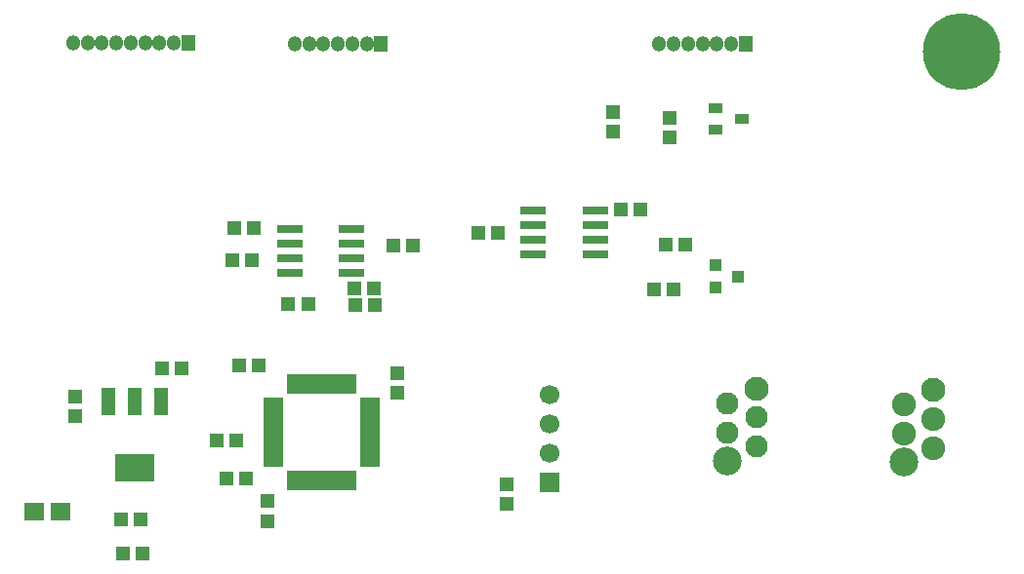
<source format=gts>
G04 DipTrace 3.2.0.1*
G04 RS-485_PCB.GTS*
%MOMM*%
G04 #@! TF.FileFunction,Soldermask,Top*
G04 #@! TF.Part,Single*
%ADD37C,2.1*%
%ADD38C,2.5*%
%ADD46R,1.05X1.05*%
%ADD48R,3.45X2.35*%
%ADD50R,1.15X2.35*%
%ADD52R,1.8X0.5*%
%ADD54R,0.5X1.8*%
%ADD56R,2.2X0.8*%
%ADD58C,2.07*%
%ADD60C,1.95*%
%ADD62R,1.25X0.85*%
%ADD64C,6.7*%
%ADD66O,1.25X1.35*%
%ADD68R,1.25X1.35*%
%ADD70C,1.7*%
%ADD72R,1.7X1.7*%
%ADD74R,1.724X1.62233*%
%ADD76R,1.3X1.2*%
%ADD78R,1.2X1.3*%
%FSLAX35Y35*%
G04*
G71*
G90*
G75*
G01*
G04 TopMask*
%LPD*%
D78*
X6472303Y2654970D3*
Y2484970D3*
D76*
X3487717Y3668620D3*
X3657717D3*
D78*
X2734440Y3252490D3*
Y3422490D3*
X4399327Y2510183D3*
Y2340183D3*
D76*
X4213560Y2705003D3*
X4043560D3*
X4325020Y3693777D3*
X4155020D3*
D78*
X5531330Y3452010D3*
Y3622010D3*
D76*
X3150370Y2058037D3*
X3320370D3*
X3131743Y2353343D3*
X3301743D3*
X5156363Y4362107D3*
X5326363D3*
X4753353Y4220953D3*
X4583353D3*
X7468537Y5048537D3*
X7638537D3*
D74*
X2379567Y2418750D3*
X2608167D3*
D72*
X6846887Y2673033D3*
D70*
Y2927033D3*
Y3181033D3*
Y3435033D3*
D68*
X3715380Y6491617D3*
D66*
X3590380D3*
X3465380D3*
X3340380D3*
X3215380D3*
X3090380D3*
X2965380D3*
X2840380D3*
X2715380D3*
D68*
X5386947Y6484360D3*
D66*
X5261947D3*
X5136947D3*
X5011947D3*
X4886947D3*
X4761947D3*
X4636947D3*
D68*
X8549843Y6481730D3*
D66*
X8424843D3*
X8299843D3*
X8174843D3*
X8049843D3*
X7924843D3*
X7799843D3*
D64*
X10421020Y6416477D3*
D62*
X8283650Y5928427D3*
Y5738427D3*
X8513650Y5833427D3*
D78*
X7893627Y5668353D3*
Y5838353D3*
X7399657Y5723953D3*
Y5893953D3*
D76*
X4132313Y3039767D3*
X3962313D3*
X6397670Y4844640D3*
X6227670D3*
X7924627Y4351973D3*
X7754627D3*
X8021783Y4743333D3*
X7851783D3*
X5494230Y4735853D3*
X5664230D3*
X4270167Y4602737D3*
X4100167D3*
X5333960Y4218903D3*
X5163960D3*
X4112040Y4884253D3*
X4282040D3*
D60*
X8641263Y3238507D3*
Y2984507D3*
X8387263Y3361507D3*
Y3107507D3*
D37*
X8641263Y3488507D3*
D38*
X8387263Y2861507D3*
D58*
X10175843Y3227037D3*
Y2973037D3*
X9921843Y3350037D3*
Y3096037D3*
D37*
X10175843Y3477037D3*
D38*
X9921843Y2850037D3*
D56*
X6708620Y5037087D3*
Y4910087D3*
Y4783087D3*
Y4656087D3*
X7248620D3*
Y4783087D3*
Y4910087D3*
Y5037087D3*
D54*
X4594447Y2693497D3*
X4644447D3*
X4694447D3*
X4744447D3*
X4794447D3*
X4844447D3*
X4894447D3*
X4944447D3*
X4994447D3*
X5044447D3*
X5094447D3*
X5144447D3*
D52*
X5289447Y2838497D3*
Y2888497D3*
Y2938497D3*
Y2988497D3*
Y3038497D3*
Y3088497D3*
Y3138497D3*
Y3188497D3*
Y3238497D3*
Y3288497D3*
Y3338497D3*
Y3388497D3*
D54*
X5144447Y3533497D3*
X5094447D3*
X5044447D3*
X4994447D3*
X4944447D3*
X4894447D3*
X4844447D3*
X4794447D3*
X4744447D3*
X4694447D3*
X4644447D3*
X4594447D3*
D52*
X4449447Y3388497D3*
Y3338497D3*
Y3288497D3*
Y3238497D3*
Y3188497D3*
Y3138497D3*
Y3088497D3*
Y3038497D3*
Y2988497D3*
Y2938497D3*
Y2888497D3*
Y2838497D3*
D50*
X3482740Y3378987D3*
X3252740D3*
X3022740D3*
D48*
X3252740Y2798987D3*
D46*
X8285050Y4369180D3*
Y4559180D3*
X8485050Y4464180D3*
D56*
X5132750Y4492257D3*
Y4619257D3*
Y4746257D3*
Y4873257D3*
X4592750D3*
Y4746257D3*
Y4619257D3*
Y4492257D3*
M02*

</source>
